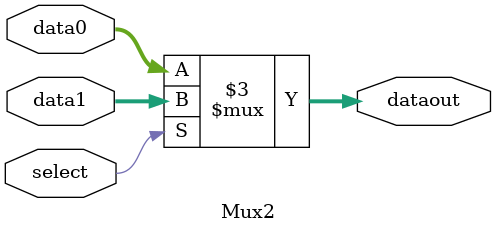
<source format=sv>
`timescale 1ns / 1ps

module Mux2(
    input logic select,
    input logic [31:0] data0, data1,
    output logic [31:0] dataout
);

    always_comb begin
        if (select) dataout = data1;    // select = 1        
        else dataout = data0;    // select = 0
    end

endmodule
</source>
